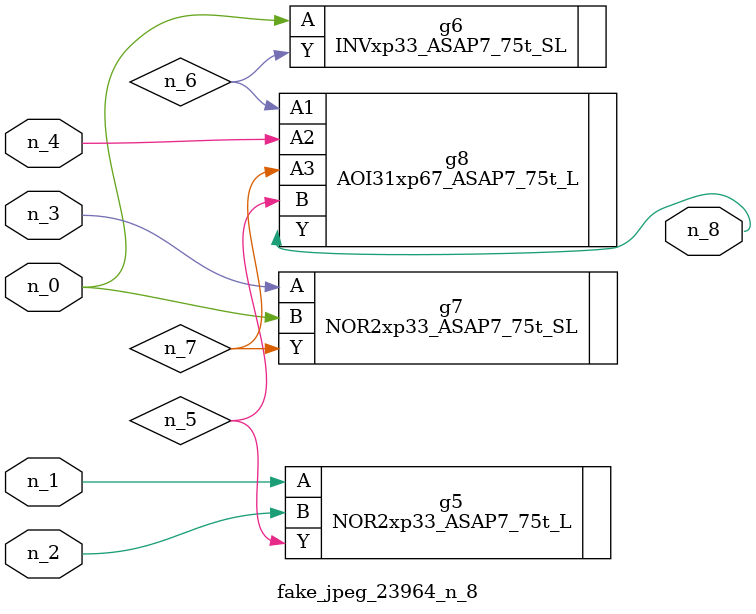
<source format=v>
module fake_jpeg_23964_n_8 (n_3, n_2, n_1, n_0, n_4, n_8);

input n_3;
input n_2;
input n_1;
input n_0;
input n_4;

output n_8;

wire n_6;
wire n_5;
wire n_7;

NOR2xp33_ASAP7_75t_L g5 ( 
.A(n_1),
.B(n_2),
.Y(n_5)
);

INVxp33_ASAP7_75t_SL g6 ( 
.A(n_0),
.Y(n_6)
);

NOR2xp33_ASAP7_75t_SL g7 ( 
.A(n_3),
.B(n_0),
.Y(n_7)
);

AOI31xp67_ASAP7_75t_L g8 ( 
.A1(n_6),
.A2(n_4),
.A3(n_7),
.B(n_5),
.Y(n_8)
);


endmodule
</source>
